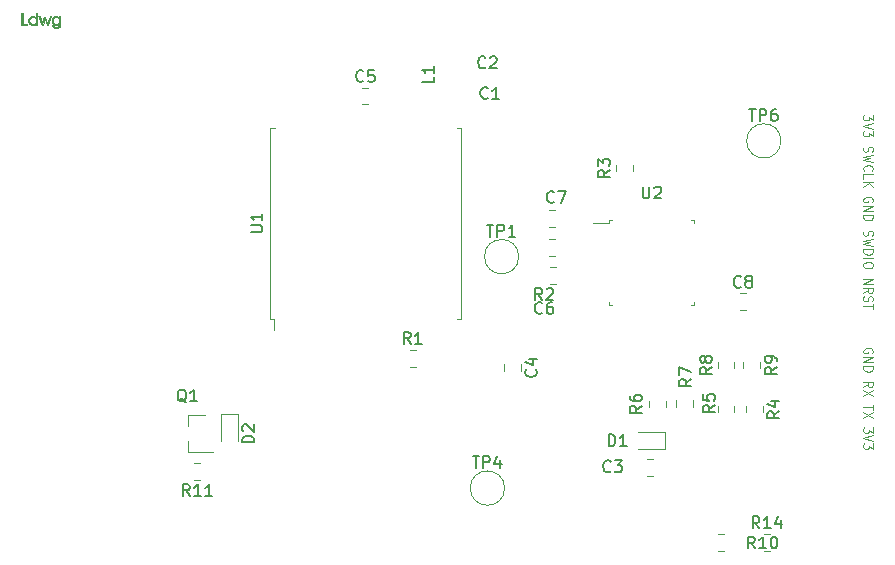
<source format=gbr>
G04 #@! TF.GenerationSoftware,KiCad,Pcbnew,5.1.5*
G04 #@! TF.CreationDate,2020-02-13T13:25:46+01:00*
G04 #@! TF.ProjectId,lora_fence_monitor,6c6f7261-5f66-4656-9e63-655f6d6f6e69,rev?*
G04 #@! TF.SameCoordinates,Original*
G04 #@! TF.FileFunction,Legend,Top*
G04 #@! TF.FilePolarity,Positive*
%FSLAX46Y46*%
G04 Gerber Fmt 4.6, Leading zero omitted, Abs format (unit mm)*
G04 Created by KiCad (PCBNEW 5.1.5) date 2020-02-13 13:25:46*
%MOMM*%
%LPD*%
G04 APERTURE LIST*
%ADD10C,0.120000*%
%ADD11C,0.010000*%
%ADD12C,0.150000*%
G04 APERTURE END LIST*
D10*
X141600000Y-92560714D02*
X141638095Y-92489285D01*
X141638095Y-92382142D01*
X141600000Y-92275000D01*
X141523809Y-92203571D01*
X141447619Y-92167857D01*
X141295238Y-92132142D01*
X141180952Y-92132142D01*
X141028571Y-92167857D01*
X140952380Y-92203571D01*
X140876190Y-92275000D01*
X140838095Y-92382142D01*
X140838095Y-92453571D01*
X140876190Y-92560714D01*
X140914285Y-92596428D01*
X141180952Y-92596428D01*
X141180952Y-92453571D01*
X140838095Y-92917857D02*
X141638095Y-92917857D01*
X140838095Y-93346428D01*
X141638095Y-93346428D01*
X140838095Y-93703571D02*
X141638095Y-93703571D01*
X141638095Y-93882142D01*
X141600000Y-93989285D01*
X141523809Y-94060714D01*
X141447619Y-94096428D01*
X141295238Y-94132142D01*
X141180952Y-94132142D01*
X141028571Y-94096428D01*
X140952380Y-94060714D01*
X140876190Y-93989285D01*
X140838095Y-93882142D01*
X140838095Y-93703571D01*
X140838095Y-95453571D02*
X141219047Y-95203571D01*
X140838095Y-95025000D02*
X141638095Y-95025000D01*
X141638095Y-95310714D01*
X141600000Y-95382142D01*
X141561904Y-95417857D01*
X141485714Y-95453571D01*
X141371428Y-95453571D01*
X141295238Y-95417857D01*
X141257142Y-95382142D01*
X141219047Y-95310714D01*
X141219047Y-95025000D01*
X141638095Y-95703571D02*
X140838095Y-96203571D01*
X141638095Y-96203571D02*
X140838095Y-95703571D01*
X141638095Y-96953571D02*
X141638095Y-97382142D01*
X140838095Y-97167857D02*
X141638095Y-97167857D01*
X141638095Y-97560714D02*
X140838095Y-98060714D01*
X141638095Y-98060714D02*
X140838095Y-97560714D01*
X141638095Y-98846428D02*
X141638095Y-99310714D01*
X141333333Y-99060714D01*
X141333333Y-99167857D01*
X141295238Y-99239285D01*
X141257142Y-99275000D01*
X141180952Y-99310714D01*
X140990476Y-99310714D01*
X140914285Y-99275000D01*
X140876190Y-99239285D01*
X140838095Y-99167857D01*
X140838095Y-98953571D01*
X140876190Y-98882142D01*
X140914285Y-98846428D01*
X141638095Y-99525000D02*
X140838095Y-99775000D01*
X141638095Y-100025000D01*
X141638095Y-100203571D02*
X141638095Y-100667857D01*
X141333333Y-100417857D01*
X141333333Y-100525000D01*
X141295238Y-100596428D01*
X141257142Y-100632142D01*
X141180952Y-100667857D01*
X140990476Y-100667857D01*
X140914285Y-100632142D01*
X140876190Y-100596428D01*
X140838095Y-100525000D01*
X140838095Y-100310714D01*
X140876190Y-100239285D01*
X140914285Y-100203571D01*
X141638095Y-72403571D02*
X141638095Y-72867857D01*
X141333333Y-72617857D01*
X141333333Y-72725000D01*
X141295238Y-72796428D01*
X141257142Y-72832142D01*
X141180952Y-72867857D01*
X140990476Y-72867857D01*
X140914285Y-72832142D01*
X140876190Y-72796428D01*
X140838095Y-72725000D01*
X140838095Y-72510714D01*
X140876190Y-72439285D01*
X140914285Y-72403571D01*
X141638095Y-73082142D02*
X140838095Y-73332142D01*
X141638095Y-73582142D01*
X141638095Y-73760714D02*
X141638095Y-74225000D01*
X141333333Y-73975000D01*
X141333333Y-74082142D01*
X141295238Y-74153571D01*
X141257142Y-74189285D01*
X141180952Y-74225000D01*
X140990476Y-74225000D01*
X140914285Y-74189285D01*
X140876190Y-74153571D01*
X140838095Y-74082142D01*
X140838095Y-73867857D01*
X140876190Y-73796428D01*
X140914285Y-73760714D01*
X140876190Y-75082142D02*
X140838095Y-75189285D01*
X140838095Y-75367857D01*
X140876190Y-75439285D01*
X140914285Y-75475000D01*
X140990476Y-75510714D01*
X141066666Y-75510714D01*
X141142857Y-75475000D01*
X141180952Y-75439285D01*
X141219047Y-75367857D01*
X141257142Y-75225000D01*
X141295238Y-75153571D01*
X141333333Y-75117857D01*
X141409523Y-75082142D01*
X141485714Y-75082142D01*
X141561904Y-75117857D01*
X141600000Y-75153571D01*
X141638095Y-75225000D01*
X141638095Y-75403571D01*
X141600000Y-75510714D01*
X141638095Y-75760714D02*
X140838095Y-75939285D01*
X141409523Y-76082142D01*
X140838095Y-76225000D01*
X141638095Y-76403571D01*
X140914285Y-77117857D02*
X140876190Y-77082142D01*
X140838095Y-76975000D01*
X140838095Y-76903571D01*
X140876190Y-76796428D01*
X140952380Y-76725000D01*
X141028571Y-76689285D01*
X141180952Y-76653571D01*
X141295238Y-76653571D01*
X141447619Y-76689285D01*
X141523809Y-76725000D01*
X141600000Y-76796428D01*
X141638095Y-76903571D01*
X141638095Y-76975000D01*
X141600000Y-77082142D01*
X141561904Y-77117857D01*
X140838095Y-77796428D02*
X140838095Y-77439285D01*
X141638095Y-77439285D01*
X140838095Y-78046428D02*
X141638095Y-78046428D01*
X140838095Y-78475000D02*
X141295238Y-78153571D01*
X141638095Y-78475000D02*
X141180952Y-78046428D01*
X141600000Y-79760714D02*
X141638095Y-79689285D01*
X141638095Y-79582142D01*
X141600000Y-79475000D01*
X141523809Y-79403571D01*
X141447619Y-79367857D01*
X141295238Y-79332142D01*
X141180952Y-79332142D01*
X141028571Y-79367857D01*
X140952380Y-79403571D01*
X140876190Y-79475000D01*
X140838095Y-79582142D01*
X140838095Y-79653571D01*
X140876190Y-79760714D01*
X140914285Y-79796428D01*
X141180952Y-79796428D01*
X141180952Y-79653571D01*
X140838095Y-80117857D02*
X141638095Y-80117857D01*
X140838095Y-80546428D01*
X141638095Y-80546428D01*
X140838095Y-80903571D02*
X141638095Y-80903571D01*
X141638095Y-81082142D01*
X141600000Y-81189285D01*
X141523809Y-81260714D01*
X141447619Y-81296428D01*
X141295238Y-81332142D01*
X141180952Y-81332142D01*
X141028571Y-81296428D01*
X140952380Y-81260714D01*
X140876190Y-81189285D01*
X140838095Y-81082142D01*
X140838095Y-80903571D01*
X140876190Y-82189285D02*
X140838095Y-82296428D01*
X140838095Y-82475000D01*
X140876190Y-82546428D01*
X140914285Y-82582142D01*
X140990476Y-82617857D01*
X141066666Y-82617857D01*
X141142857Y-82582142D01*
X141180952Y-82546428D01*
X141219047Y-82475000D01*
X141257142Y-82332142D01*
X141295238Y-82260714D01*
X141333333Y-82225000D01*
X141409523Y-82189285D01*
X141485714Y-82189285D01*
X141561904Y-82225000D01*
X141600000Y-82260714D01*
X141638095Y-82332142D01*
X141638095Y-82510714D01*
X141600000Y-82617857D01*
X141638095Y-82867857D02*
X140838095Y-83046428D01*
X141409523Y-83189285D01*
X140838095Y-83332142D01*
X141638095Y-83510714D01*
X140838095Y-83796428D02*
X141638095Y-83796428D01*
X141638095Y-83975000D01*
X141600000Y-84082142D01*
X141523809Y-84153571D01*
X141447619Y-84189285D01*
X141295238Y-84225000D01*
X141180952Y-84225000D01*
X141028571Y-84189285D01*
X140952380Y-84153571D01*
X140876190Y-84082142D01*
X140838095Y-83975000D01*
X140838095Y-83796428D01*
X140838095Y-84546428D02*
X141638095Y-84546428D01*
X141638095Y-85046428D02*
X141638095Y-85189285D01*
X141600000Y-85260714D01*
X141523809Y-85332142D01*
X141371428Y-85367857D01*
X141104761Y-85367857D01*
X140952380Y-85332142D01*
X140876190Y-85260714D01*
X140838095Y-85189285D01*
X140838095Y-85046428D01*
X140876190Y-84975000D01*
X140952380Y-84903571D01*
X141104761Y-84867857D01*
X141371428Y-84867857D01*
X141523809Y-84903571D01*
X141600000Y-84975000D01*
X141638095Y-85046428D01*
X140838095Y-86260714D02*
X141638095Y-86260714D01*
X140838095Y-86689285D01*
X141638095Y-86689285D01*
X140838095Y-87475000D02*
X141219047Y-87225000D01*
X140838095Y-87046428D02*
X141638095Y-87046428D01*
X141638095Y-87332142D01*
X141600000Y-87403571D01*
X141561904Y-87439285D01*
X141485714Y-87475000D01*
X141371428Y-87475000D01*
X141295238Y-87439285D01*
X141257142Y-87403571D01*
X141219047Y-87332142D01*
X141219047Y-87046428D01*
X140876190Y-87760714D02*
X140838095Y-87867857D01*
X140838095Y-88046428D01*
X140876190Y-88117857D01*
X140914285Y-88153571D01*
X140990476Y-88189285D01*
X141066666Y-88189285D01*
X141142857Y-88153571D01*
X141180952Y-88117857D01*
X141219047Y-88046428D01*
X141257142Y-87903571D01*
X141295238Y-87832142D01*
X141333333Y-87796428D01*
X141409523Y-87760714D01*
X141485714Y-87760714D01*
X141561904Y-87796428D01*
X141600000Y-87832142D01*
X141638095Y-87903571D01*
X141638095Y-88082142D01*
X141600000Y-88189285D01*
X141638095Y-88403571D02*
X141638095Y-88832142D01*
X140838095Y-88617857D02*
X141638095Y-88617857D01*
D11*
G36*
X71305834Y-64645962D02*
G01*
X71390500Y-64389631D01*
X71475167Y-64133300D01*
X71558423Y-64133300D01*
X71643025Y-64387107D01*
X71667652Y-64460432D01*
X71687686Y-64518736D01*
X71703570Y-64563164D01*
X71715748Y-64594860D01*
X71724664Y-64614971D01*
X71730763Y-64624641D01*
X71734488Y-64625016D01*
X71734945Y-64624173D01*
X71739642Y-64612578D01*
X71749714Y-64587117D01*
X71764408Y-64549713D01*
X71782974Y-64502284D01*
X71804659Y-64446752D01*
X71828711Y-64385038D01*
X71850890Y-64328034D01*
X71959517Y-64048634D01*
X72008432Y-64046061D01*
X72035754Y-64045000D01*
X72049795Y-64046444D01*
X72054169Y-64051788D01*
X72052491Y-64062425D01*
X72052345Y-64062995D01*
X72048303Y-64074814D01*
X72038776Y-64100694D01*
X72024417Y-64138915D01*
X72005882Y-64187756D01*
X71983824Y-64245497D01*
X71958897Y-64310419D01*
X71931757Y-64380800D01*
X71913682Y-64427517D01*
X71780020Y-64772533D01*
X71724960Y-64772309D01*
X71669901Y-64772085D01*
X71592939Y-64537359D01*
X71515977Y-64302634D01*
X71440188Y-64535467D01*
X71364398Y-64768300D01*
X71308346Y-64770787D01*
X71252294Y-64773273D01*
X71235399Y-64728453D01*
X71228622Y-64710586D01*
X71216568Y-64678926D01*
X71200010Y-64635496D01*
X71179720Y-64582319D01*
X71156469Y-64521419D01*
X71131030Y-64454819D01*
X71104174Y-64384542D01*
X71099185Y-64371490D01*
X71072935Y-64302633D01*
X71048683Y-64238665D01*
X71027078Y-64181323D01*
X71008769Y-64132346D01*
X70994406Y-64093470D01*
X70984635Y-64066434D01*
X70980107Y-64052976D01*
X70979867Y-64051873D01*
X70987546Y-64047878D01*
X71007453Y-64045167D01*
X71029112Y-64044400D01*
X71078356Y-64044400D01*
X71305834Y-64645962D01*
G37*
X71305834Y-64645962D02*
X71390500Y-64389631D01*
X71475167Y-64133300D01*
X71558423Y-64133300D01*
X71643025Y-64387107D01*
X71667652Y-64460432D01*
X71687686Y-64518736D01*
X71703570Y-64563164D01*
X71715748Y-64594860D01*
X71724664Y-64614971D01*
X71730763Y-64624641D01*
X71734488Y-64625016D01*
X71734945Y-64624173D01*
X71739642Y-64612578D01*
X71749714Y-64587117D01*
X71764408Y-64549713D01*
X71782974Y-64502284D01*
X71804659Y-64446752D01*
X71828711Y-64385038D01*
X71850890Y-64328034D01*
X71959517Y-64048634D01*
X72008432Y-64046061D01*
X72035754Y-64045000D01*
X72049795Y-64046444D01*
X72054169Y-64051788D01*
X72052491Y-64062425D01*
X72052345Y-64062995D01*
X72048303Y-64074814D01*
X72038776Y-64100694D01*
X72024417Y-64138915D01*
X72005882Y-64187756D01*
X71983824Y-64245497D01*
X71958897Y-64310419D01*
X71931757Y-64380800D01*
X71913682Y-64427517D01*
X71780020Y-64772533D01*
X71724960Y-64772309D01*
X71669901Y-64772085D01*
X71592939Y-64537359D01*
X71515977Y-64302634D01*
X71440188Y-64535467D01*
X71364398Y-64768300D01*
X71308346Y-64770787D01*
X71252294Y-64773273D01*
X71235399Y-64728453D01*
X71228622Y-64710586D01*
X71216568Y-64678926D01*
X71200010Y-64635496D01*
X71179720Y-64582319D01*
X71156469Y-64521419D01*
X71131030Y-64454819D01*
X71104174Y-64384542D01*
X71099185Y-64371490D01*
X71072935Y-64302633D01*
X71048683Y-64238665D01*
X71027078Y-64181323D01*
X71008769Y-64132346D01*
X70994406Y-64093470D01*
X70984635Y-64066434D01*
X70980107Y-64052976D01*
X70979867Y-64051873D01*
X70987546Y-64047878D01*
X71007453Y-64045167D01*
X71029112Y-64044400D01*
X71078356Y-64044400D01*
X71305834Y-64645962D01*
G36*
X69650601Y-64679094D02*
G01*
X69851684Y-64681364D01*
X70052767Y-64683633D01*
X70052767Y-64768300D01*
X69800667Y-64770543D01*
X69725303Y-64771063D01*
X69665366Y-64771101D01*
X69619357Y-64770609D01*
X69585775Y-64769537D01*
X69563120Y-64767834D01*
X69549891Y-64765453D01*
X69544589Y-64762342D01*
X69544468Y-64762076D01*
X69543748Y-64751841D01*
X69543145Y-64726225D01*
X69542665Y-64686783D01*
X69542313Y-64635068D01*
X69542096Y-64572633D01*
X69542019Y-64501032D01*
X69542090Y-64421818D01*
X69542313Y-64336543D01*
X69542569Y-64273000D01*
X69544767Y-63794633D01*
X69597684Y-63792113D01*
X69650601Y-63789592D01*
X69650601Y-64679094D01*
G37*
X69650601Y-64679094D02*
X69851684Y-64681364D01*
X70052767Y-64683633D01*
X70052767Y-64768300D01*
X69800667Y-64770543D01*
X69725303Y-64771063D01*
X69665366Y-64771101D01*
X69619357Y-64770609D01*
X69585775Y-64769537D01*
X69563120Y-64767834D01*
X69549891Y-64765453D01*
X69544589Y-64762342D01*
X69544468Y-64762076D01*
X69543748Y-64751841D01*
X69543145Y-64726225D01*
X69542665Y-64686783D01*
X69542313Y-64635068D01*
X69542096Y-64572633D01*
X69542019Y-64501032D01*
X69542090Y-64421818D01*
X69542313Y-64336543D01*
X69542569Y-64273000D01*
X69544767Y-63794633D01*
X69597684Y-63792113D01*
X69650601Y-63789592D01*
X69650601Y-64679094D01*
G36*
X70878267Y-64772533D02*
G01*
X70776667Y-64772533D01*
X70776667Y-64651616D01*
X70742355Y-64690597D01*
X70706195Y-64723540D01*
X70660976Y-64752567D01*
X70652200Y-64757069D01*
X70621767Y-64770980D01*
X70595439Y-64779559D01*
X70566661Y-64784277D01*
X70528878Y-64786608D01*
X70519295Y-64786929D01*
X70462271Y-64786236D01*
X70414639Y-64780731D01*
X70397907Y-64776887D01*
X70321390Y-64747597D01*
X70254532Y-64704869D01*
X70217988Y-64672065D01*
X70168609Y-64610926D01*
X70134067Y-64542972D01*
X70114662Y-64470075D01*
X70111444Y-64408467D01*
X70217867Y-64408467D01*
X70225679Y-64478460D01*
X70248364Y-64541431D01*
X70284796Y-64595901D01*
X70333848Y-64640393D01*
X70394393Y-64673431D01*
X70428936Y-64685281D01*
X70480265Y-64692963D01*
X70537086Y-64690362D01*
X70592015Y-64678196D01*
X70620820Y-64666686D01*
X70676109Y-64630743D01*
X70720452Y-64583859D01*
X70753012Y-64528677D01*
X70772957Y-64467839D01*
X70779449Y-64403986D01*
X70771655Y-64339761D01*
X70748739Y-64277807D01*
X70745595Y-64271857D01*
X70709068Y-64220851D01*
X70661560Y-64178925D01*
X70606339Y-64147653D01*
X70546673Y-64128612D01*
X70485830Y-64123375D01*
X70447258Y-64128106D01*
X70379396Y-64150477D01*
X70321858Y-64185486D01*
X70275806Y-64231712D01*
X70242403Y-64287734D01*
X70222813Y-64352130D01*
X70217867Y-64408467D01*
X70111444Y-64408467D01*
X70110693Y-64394107D01*
X70122463Y-64316938D01*
X70149094Y-64242934D01*
X70189110Y-64176859D01*
X70241837Y-64121336D01*
X70305968Y-64077419D01*
X70380193Y-64046164D01*
X70400252Y-64040431D01*
X70478017Y-64028668D01*
X70555618Y-64033226D01*
X70630881Y-64053612D01*
X70701634Y-64089333D01*
X70740681Y-64117646D01*
X70776667Y-64147134D01*
X70776667Y-63790400D01*
X70878267Y-63790400D01*
X70878267Y-64772533D01*
G37*
X70878267Y-64772533D02*
X70776667Y-64772533D01*
X70776667Y-64651616D01*
X70742355Y-64690597D01*
X70706195Y-64723540D01*
X70660976Y-64752567D01*
X70652200Y-64757069D01*
X70621767Y-64770980D01*
X70595439Y-64779559D01*
X70566661Y-64784277D01*
X70528878Y-64786608D01*
X70519295Y-64786929D01*
X70462271Y-64786236D01*
X70414639Y-64780731D01*
X70397907Y-64776887D01*
X70321390Y-64747597D01*
X70254532Y-64704869D01*
X70217988Y-64672065D01*
X70168609Y-64610926D01*
X70134067Y-64542972D01*
X70114662Y-64470075D01*
X70111444Y-64408467D01*
X70217867Y-64408467D01*
X70225679Y-64478460D01*
X70248364Y-64541431D01*
X70284796Y-64595901D01*
X70333848Y-64640393D01*
X70394393Y-64673431D01*
X70428936Y-64685281D01*
X70480265Y-64692963D01*
X70537086Y-64690362D01*
X70592015Y-64678196D01*
X70620820Y-64666686D01*
X70676109Y-64630743D01*
X70720452Y-64583859D01*
X70753012Y-64528677D01*
X70772957Y-64467839D01*
X70779449Y-64403986D01*
X70771655Y-64339761D01*
X70748739Y-64277807D01*
X70745595Y-64271857D01*
X70709068Y-64220851D01*
X70661560Y-64178925D01*
X70606339Y-64147653D01*
X70546673Y-64128612D01*
X70485830Y-64123375D01*
X70447258Y-64128106D01*
X70379396Y-64150477D01*
X70321858Y-64185486D01*
X70275806Y-64231712D01*
X70242403Y-64287734D01*
X70222813Y-64352130D01*
X70217867Y-64408467D01*
X70111444Y-64408467D01*
X70110693Y-64394107D01*
X70122463Y-64316938D01*
X70149094Y-64242934D01*
X70189110Y-64176859D01*
X70241837Y-64121336D01*
X70305968Y-64077419D01*
X70380193Y-64046164D01*
X70400252Y-64040431D01*
X70478017Y-64028668D01*
X70555618Y-64033226D01*
X70630881Y-64053612D01*
X70701634Y-64089333D01*
X70740681Y-64117646D01*
X70776667Y-64147134D01*
X70776667Y-63790400D01*
X70878267Y-63790400D01*
X70878267Y-64772533D01*
G36*
X72515024Y-64031711D02*
G01*
X72539219Y-64035550D01*
X72595649Y-64050631D01*
X72642910Y-64073303D01*
X72687481Y-64106995D01*
X72704951Y-64123294D01*
X72749400Y-64166588D01*
X72749400Y-64044400D01*
X72851000Y-64044400D01*
X72850853Y-64389417D01*
X72850665Y-64485661D01*
X72850092Y-64566675D01*
X72848994Y-64634160D01*
X72847227Y-64689817D01*
X72844649Y-64735347D01*
X72841117Y-64772452D01*
X72836489Y-64802832D01*
X72830622Y-64828190D01*
X72823374Y-64850225D01*
X72814602Y-64870641D01*
X72809702Y-64880572D01*
X72772140Y-64936164D01*
X72722096Y-64982478D01*
X72661842Y-65018542D01*
X72593652Y-65043382D01*
X72519801Y-65056025D01*
X72442561Y-65055498D01*
X72410734Y-65051299D01*
X72340108Y-65031338D01*
X72274864Y-64997391D01*
X72217499Y-64951602D01*
X72170512Y-64896111D01*
X72136401Y-64833061D01*
X72127626Y-64808517D01*
X72125382Y-64797904D01*
X72129402Y-64792208D01*
X72143200Y-64789904D01*
X72170291Y-64789467D01*
X72171538Y-64789467D01*
X72199666Y-64789997D01*
X72216447Y-64793394D01*
X72227464Y-64802371D01*
X72238303Y-64819639D01*
X72240045Y-64822732D01*
X72267410Y-64860496D01*
X72304148Y-64896412D01*
X72344974Y-64926069D01*
X72384604Y-64945053D01*
X72387693Y-64946016D01*
X72453238Y-64958542D01*
X72518452Y-64958185D01*
X72579970Y-64945593D01*
X72634431Y-64921413D01*
X72673902Y-64891007D01*
X72703798Y-64855137D01*
X72724900Y-64814273D01*
X72738636Y-64764672D01*
X72746437Y-64702590D01*
X72746589Y-64700567D01*
X72751597Y-64632833D01*
X72726359Y-64667004D01*
X72676576Y-64721237D01*
X72618072Y-64761234D01*
X72605467Y-64767431D01*
X72569667Y-64778303D01*
X72522826Y-64784546D01*
X72470184Y-64786191D01*
X72416980Y-64783271D01*
X72368454Y-64775815D01*
X72334534Y-64765829D01*
X72267928Y-64730536D01*
X72208364Y-64681811D01*
X72158860Y-64622671D01*
X72122436Y-64556133D01*
X72120905Y-64552400D01*
X72112214Y-64527850D01*
X72106620Y-64502860D01*
X72103505Y-64472700D01*
X72102252Y-64432638D01*
X72102131Y-64408467D01*
X72102192Y-64403243D01*
X72203567Y-64403243D01*
X72203567Y-64404234D01*
X72204398Y-64445081D01*
X72207619Y-64475180D01*
X72214320Y-64500667D01*
X72225456Y-64527387D01*
X72262187Y-64589162D01*
X72307914Y-64637142D01*
X72361727Y-64670761D01*
X72422712Y-64689452D01*
X72489958Y-64692648D01*
X72491436Y-64692544D01*
X72527961Y-64687297D01*
X72565123Y-64677952D01*
X72582893Y-64671537D01*
X72610618Y-64655876D01*
X72641659Y-64632765D01*
X72664530Y-64611877D01*
X72703325Y-64563087D01*
X72728678Y-64508928D01*
X72741775Y-64446305D01*
X72744236Y-64404058D01*
X72743920Y-64366917D01*
X72740700Y-64339327D01*
X72732999Y-64313960D01*
X72719235Y-64283485D01*
X72717477Y-64279899D01*
X72680041Y-64220975D01*
X72632850Y-64175739D01*
X72576694Y-64144682D01*
X72512362Y-64128297D01*
X72469835Y-64125713D01*
X72401538Y-64133829D01*
X72340640Y-64156943D01*
X72288317Y-64194305D01*
X72245747Y-64245163D01*
X72225555Y-64281467D01*
X72214320Y-64308072D01*
X72207637Y-64333179D01*
X72204416Y-64362874D01*
X72203567Y-64403243D01*
X72102192Y-64403243D01*
X72102678Y-64362358D01*
X72104757Y-64328299D01*
X72109020Y-64301431D01*
X72116120Y-64276892D01*
X72121871Y-64261624D01*
X72149340Y-64208756D01*
X72187786Y-64156386D01*
X72232301Y-64110878D01*
X72247897Y-64098138D01*
X72305396Y-64064090D01*
X72372068Y-64041028D01*
X72443435Y-64029915D01*
X72515024Y-64031711D01*
G37*
X72515024Y-64031711D02*
X72539219Y-64035550D01*
X72595649Y-64050631D01*
X72642910Y-64073303D01*
X72687481Y-64106995D01*
X72704951Y-64123294D01*
X72749400Y-64166588D01*
X72749400Y-64044400D01*
X72851000Y-64044400D01*
X72850853Y-64389417D01*
X72850665Y-64485661D01*
X72850092Y-64566675D01*
X72848994Y-64634160D01*
X72847227Y-64689817D01*
X72844649Y-64735347D01*
X72841117Y-64772452D01*
X72836489Y-64802832D01*
X72830622Y-64828190D01*
X72823374Y-64850225D01*
X72814602Y-64870641D01*
X72809702Y-64880572D01*
X72772140Y-64936164D01*
X72722096Y-64982478D01*
X72661842Y-65018542D01*
X72593652Y-65043382D01*
X72519801Y-65056025D01*
X72442561Y-65055498D01*
X72410734Y-65051299D01*
X72340108Y-65031338D01*
X72274864Y-64997391D01*
X72217499Y-64951602D01*
X72170512Y-64896111D01*
X72136401Y-64833061D01*
X72127626Y-64808517D01*
X72125382Y-64797904D01*
X72129402Y-64792208D01*
X72143200Y-64789904D01*
X72170291Y-64789467D01*
X72171538Y-64789467D01*
X72199666Y-64789997D01*
X72216447Y-64793394D01*
X72227464Y-64802371D01*
X72238303Y-64819639D01*
X72240045Y-64822732D01*
X72267410Y-64860496D01*
X72304148Y-64896412D01*
X72344974Y-64926069D01*
X72384604Y-64945053D01*
X72387693Y-64946016D01*
X72453238Y-64958542D01*
X72518452Y-64958185D01*
X72579970Y-64945593D01*
X72634431Y-64921413D01*
X72673902Y-64891007D01*
X72703798Y-64855137D01*
X72724900Y-64814273D01*
X72738636Y-64764672D01*
X72746437Y-64702590D01*
X72746589Y-64700567D01*
X72751597Y-64632833D01*
X72726359Y-64667004D01*
X72676576Y-64721237D01*
X72618072Y-64761234D01*
X72605467Y-64767431D01*
X72569667Y-64778303D01*
X72522826Y-64784546D01*
X72470184Y-64786191D01*
X72416980Y-64783271D01*
X72368454Y-64775815D01*
X72334534Y-64765829D01*
X72267928Y-64730536D01*
X72208364Y-64681811D01*
X72158860Y-64622671D01*
X72122436Y-64556133D01*
X72120905Y-64552400D01*
X72112214Y-64527850D01*
X72106620Y-64502860D01*
X72103505Y-64472700D01*
X72102252Y-64432638D01*
X72102131Y-64408467D01*
X72102192Y-64403243D01*
X72203567Y-64403243D01*
X72203567Y-64404234D01*
X72204398Y-64445081D01*
X72207619Y-64475180D01*
X72214320Y-64500667D01*
X72225456Y-64527387D01*
X72262187Y-64589162D01*
X72307914Y-64637142D01*
X72361727Y-64670761D01*
X72422712Y-64689452D01*
X72489958Y-64692648D01*
X72491436Y-64692544D01*
X72527961Y-64687297D01*
X72565123Y-64677952D01*
X72582893Y-64671537D01*
X72610618Y-64655876D01*
X72641659Y-64632765D01*
X72664530Y-64611877D01*
X72703325Y-64563087D01*
X72728678Y-64508928D01*
X72741775Y-64446305D01*
X72744236Y-64404058D01*
X72743920Y-64366917D01*
X72740700Y-64339327D01*
X72732999Y-64313960D01*
X72719235Y-64283485D01*
X72717477Y-64279899D01*
X72680041Y-64220975D01*
X72632850Y-64175739D01*
X72576694Y-64144682D01*
X72512362Y-64128297D01*
X72469835Y-64125713D01*
X72401538Y-64133829D01*
X72340640Y-64156943D01*
X72288317Y-64194305D01*
X72245747Y-64245163D01*
X72225555Y-64281467D01*
X72214320Y-64308072D01*
X72207637Y-64333179D01*
X72204416Y-64362874D01*
X72203567Y-64403243D01*
X72102192Y-64403243D01*
X72102678Y-64362358D01*
X72104757Y-64328299D01*
X72109020Y-64301431D01*
X72116120Y-64276892D01*
X72121871Y-64261624D01*
X72149340Y-64208756D01*
X72187786Y-64156386D01*
X72232301Y-64110878D01*
X72247897Y-64098138D01*
X72305396Y-64064090D01*
X72372068Y-64041028D01*
X72443435Y-64029915D01*
X72515024Y-64031711D01*
D10*
X130366422Y-87515000D02*
X130883578Y-87515000D01*
X130366422Y-88935000D02*
X130883578Y-88935000D01*
X114721078Y-81910000D02*
X114203922Y-81910000D01*
X114721078Y-80490000D02*
X114203922Y-80490000D01*
X123021078Y-102935000D02*
X122503922Y-102935000D01*
X123021078Y-101515000D02*
X122503922Y-101515000D01*
X110390000Y-93528922D02*
X110390000Y-94046078D01*
X111810000Y-93528922D02*
X111810000Y-94046078D01*
X98403922Y-71510000D02*
X98921078Y-71510000D01*
X98403922Y-70090000D02*
X98921078Y-70090000D01*
X114796078Y-85290000D02*
X114278922Y-85290000D01*
X114796078Y-86710000D02*
X114278922Y-86710000D01*
X121787500Y-100710000D02*
X124072500Y-100710000D01*
X124072500Y-100710000D02*
X124072500Y-99240000D01*
X124072500Y-99240000D02*
X121787500Y-99240000D01*
X86440000Y-97727500D02*
X86440000Y-100012500D01*
X87910000Y-97727500D02*
X86440000Y-97727500D01*
X87910000Y-100012500D02*
X87910000Y-97727500D01*
X83615000Y-97795000D02*
X83615000Y-98725000D01*
X83615000Y-100955000D02*
X83615000Y-100025000D01*
X83615000Y-100955000D02*
X85775000Y-100955000D01*
X83615000Y-97795000D02*
X85075000Y-97795000D01*
X102403922Y-92290000D02*
X102921078Y-92290000D01*
X102403922Y-93710000D02*
X102921078Y-93710000D01*
X114746078Y-82890000D02*
X114228922Y-82890000D01*
X114746078Y-84310000D02*
X114228922Y-84310000D01*
X119865000Y-77158578D02*
X119865000Y-76641422D01*
X121285000Y-77158578D02*
X121285000Y-76641422D01*
X132310000Y-97078922D02*
X132310000Y-97596078D01*
X130890000Y-97078922D02*
X130890000Y-97596078D01*
X129910000Y-97596078D02*
X129910000Y-97078922D01*
X128490000Y-97596078D02*
X128490000Y-97078922D01*
X124135000Y-96603922D02*
X124135000Y-97121078D01*
X122715000Y-96603922D02*
X122715000Y-97121078D01*
X124990000Y-96578922D02*
X124990000Y-97096078D01*
X126410000Y-96578922D02*
X126410000Y-97096078D01*
X128490000Y-93846078D02*
X128490000Y-93328922D01*
X129910000Y-93846078D02*
X129910000Y-93328922D01*
X130665000Y-93328922D02*
X130665000Y-93846078D01*
X132085000Y-93328922D02*
X132085000Y-93846078D01*
X128541422Y-107890000D02*
X129058578Y-107890000D01*
X128541422Y-109310000D02*
X129058578Y-109310000D01*
X84696078Y-101865000D02*
X84178922Y-101865000D01*
X84696078Y-103285000D02*
X84178922Y-103285000D01*
X132403922Y-109310000D02*
X132921078Y-109310000D01*
X132403922Y-107890000D02*
X132921078Y-107890000D01*
X111650000Y-84400000D02*
G75*
G03X111650000Y-84400000I-1450000J0D01*
G01*
X110450000Y-104000000D02*
G75*
G03X110450000Y-104000000I-1450000J0D01*
G01*
X133850000Y-74600000D02*
G75*
G03X133850000Y-74600000I-1450000J0D01*
G01*
X90600000Y-89675000D02*
X90600000Y-73475000D01*
X90600000Y-73475000D02*
X91000000Y-73475000D01*
X106400000Y-89675000D02*
X106800000Y-89675000D01*
X106800000Y-89675000D02*
X106800000Y-73475000D01*
X106800000Y-73475000D02*
X106400000Y-73475000D01*
X90600000Y-89675000D02*
X90950000Y-89675000D01*
X90950000Y-89675000D02*
X90950000Y-90575000D01*
X119290000Y-81590000D02*
X117975000Y-81590000D01*
X119290000Y-81290000D02*
X119290000Y-81590000D01*
X119590000Y-81290000D02*
X119290000Y-81290000D01*
X126510000Y-81290000D02*
X126510000Y-81590000D01*
X126210000Y-81290000D02*
X126510000Y-81290000D01*
X119290000Y-88510000D02*
X119290000Y-88210000D01*
X119590000Y-88510000D02*
X119290000Y-88510000D01*
X126510000Y-88510000D02*
X126510000Y-88210000D01*
X126210000Y-88510000D02*
X126510000Y-88510000D01*
D12*
X130458333Y-86932142D02*
X130410714Y-86979761D01*
X130267857Y-87027380D01*
X130172619Y-87027380D01*
X130029761Y-86979761D01*
X129934523Y-86884523D01*
X129886904Y-86789285D01*
X129839285Y-86598809D01*
X129839285Y-86455952D01*
X129886904Y-86265476D01*
X129934523Y-86170238D01*
X130029761Y-86075000D01*
X130172619Y-86027380D01*
X130267857Y-86027380D01*
X130410714Y-86075000D01*
X130458333Y-86122619D01*
X131029761Y-86455952D02*
X130934523Y-86408333D01*
X130886904Y-86360714D01*
X130839285Y-86265476D01*
X130839285Y-86217857D01*
X130886904Y-86122619D01*
X130934523Y-86075000D01*
X131029761Y-86027380D01*
X131220238Y-86027380D01*
X131315476Y-86075000D01*
X131363095Y-86122619D01*
X131410714Y-86217857D01*
X131410714Y-86265476D01*
X131363095Y-86360714D01*
X131315476Y-86408333D01*
X131220238Y-86455952D01*
X131029761Y-86455952D01*
X130934523Y-86503571D01*
X130886904Y-86551190D01*
X130839285Y-86646428D01*
X130839285Y-86836904D01*
X130886904Y-86932142D01*
X130934523Y-86979761D01*
X131029761Y-87027380D01*
X131220238Y-87027380D01*
X131315476Y-86979761D01*
X131363095Y-86932142D01*
X131410714Y-86836904D01*
X131410714Y-86646428D01*
X131363095Y-86551190D01*
X131315476Y-86503571D01*
X131220238Y-86455952D01*
X114633333Y-79757142D02*
X114585714Y-79804761D01*
X114442857Y-79852380D01*
X114347619Y-79852380D01*
X114204761Y-79804761D01*
X114109523Y-79709523D01*
X114061904Y-79614285D01*
X114014285Y-79423809D01*
X114014285Y-79280952D01*
X114061904Y-79090476D01*
X114109523Y-78995238D01*
X114204761Y-78900000D01*
X114347619Y-78852380D01*
X114442857Y-78852380D01*
X114585714Y-78900000D01*
X114633333Y-78947619D01*
X114966666Y-78852380D02*
X115633333Y-78852380D01*
X115204761Y-79852380D01*
X109033333Y-70957142D02*
X108985714Y-71004761D01*
X108842857Y-71052380D01*
X108747619Y-71052380D01*
X108604761Y-71004761D01*
X108509523Y-70909523D01*
X108461904Y-70814285D01*
X108414285Y-70623809D01*
X108414285Y-70480952D01*
X108461904Y-70290476D01*
X108509523Y-70195238D01*
X108604761Y-70100000D01*
X108747619Y-70052380D01*
X108842857Y-70052380D01*
X108985714Y-70100000D01*
X109033333Y-70147619D01*
X109985714Y-71052380D02*
X109414285Y-71052380D01*
X109700000Y-71052380D02*
X109700000Y-70052380D01*
X109604761Y-70195238D01*
X109509523Y-70290476D01*
X109414285Y-70338095D01*
X108833333Y-68357142D02*
X108785714Y-68404761D01*
X108642857Y-68452380D01*
X108547619Y-68452380D01*
X108404761Y-68404761D01*
X108309523Y-68309523D01*
X108261904Y-68214285D01*
X108214285Y-68023809D01*
X108214285Y-67880952D01*
X108261904Y-67690476D01*
X108309523Y-67595238D01*
X108404761Y-67500000D01*
X108547619Y-67452380D01*
X108642857Y-67452380D01*
X108785714Y-67500000D01*
X108833333Y-67547619D01*
X109214285Y-67547619D02*
X109261904Y-67500000D01*
X109357142Y-67452380D01*
X109595238Y-67452380D01*
X109690476Y-67500000D01*
X109738095Y-67547619D01*
X109785714Y-67642857D01*
X109785714Y-67738095D01*
X109738095Y-67880952D01*
X109166666Y-68452380D01*
X109785714Y-68452380D01*
X119433333Y-102557142D02*
X119385714Y-102604761D01*
X119242857Y-102652380D01*
X119147619Y-102652380D01*
X119004761Y-102604761D01*
X118909523Y-102509523D01*
X118861904Y-102414285D01*
X118814285Y-102223809D01*
X118814285Y-102080952D01*
X118861904Y-101890476D01*
X118909523Y-101795238D01*
X119004761Y-101700000D01*
X119147619Y-101652380D01*
X119242857Y-101652380D01*
X119385714Y-101700000D01*
X119433333Y-101747619D01*
X119766666Y-101652380D02*
X120385714Y-101652380D01*
X120052380Y-102033333D01*
X120195238Y-102033333D01*
X120290476Y-102080952D01*
X120338095Y-102128571D01*
X120385714Y-102223809D01*
X120385714Y-102461904D01*
X120338095Y-102557142D01*
X120290476Y-102604761D01*
X120195238Y-102652380D01*
X119909523Y-102652380D01*
X119814285Y-102604761D01*
X119766666Y-102557142D01*
X113107142Y-93954166D02*
X113154761Y-94001785D01*
X113202380Y-94144642D01*
X113202380Y-94239880D01*
X113154761Y-94382738D01*
X113059523Y-94477976D01*
X112964285Y-94525595D01*
X112773809Y-94573214D01*
X112630952Y-94573214D01*
X112440476Y-94525595D01*
X112345238Y-94477976D01*
X112250000Y-94382738D01*
X112202380Y-94239880D01*
X112202380Y-94144642D01*
X112250000Y-94001785D01*
X112297619Y-93954166D01*
X112535714Y-93097023D02*
X113202380Y-93097023D01*
X112154761Y-93335119D02*
X112869047Y-93573214D01*
X112869047Y-92954166D01*
X98495833Y-69507142D02*
X98448214Y-69554761D01*
X98305357Y-69602380D01*
X98210119Y-69602380D01*
X98067261Y-69554761D01*
X97972023Y-69459523D01*
X97924404Y-69364285D01*
X97876785Y-69173809D01*
X97876785Y-69030952D01*
X97924404Y-68840476D01*
X97972023Y-68745238D01*
X98067261Y-68650000D01*
X98210119Y-68602380D01*
X98305357Y-68602380D01*
X98448214Y-68650000D01*
X98495833Y-68697619D01*
X99400595Y-68602380D02*
X98924404Y-68602380D01*
X98876785Y-69078571D01*
X98924404Y-69030952D01*
X99019642Y-68983333D01*
X99257738Y-68983333D01*
X99352976Y-69030952D01*
X99400595Y-69078571D01*
X99448214Y-69173809D01*
X99448214Y-69411904D01*
X99400595Y-69507142D01*
X99352976Y-69554761D01*
X99257738Y-69602380D01*
X99019642Y-69602380D01*
X98924404Y-69554761D01*
X98876785Y-69507142D01*
X113633333Y-89157142D02*
X113585714Y-89204761D01*
X113442857Y-89252380D01*
X113347619Y-89252380D01*
X113204761Y-89204761D01*
X113109523Y-89109523D01*
X113061904Y-89014285D01*
X113014285Y-88823809D01*
X113014285Y-88680952D01*
X113061904Y-88490476D01*
X113109523Y-88395238D01*
X113204761Y-88300000D01*
X113347619Y-88252380D01*
X113442857Y-88252380D01*
X113585714Y-88300000D01*
X113633333Y-88347619D01*
X114490476Y-88252380D02*
X114300000Y-88252380D01*
X114204761Y-88300000D01*
X114157142Y-88347619D01*
X114061904Y-88490476D01*
X114014285Y-88680952D01*
X114014285Y-89061904D01*
X114061904Y-89157142D01*
X114109523Y-89204761D01*
X114204761Y-89252380D01*
X114395238Y-89252380D01*
X114490476Y-89204761D01*
X114538095Y-89157142D01*
X114585714Y-89061904D01*
X114585714Y-88823809D01*
X114538095Y-88728571D01*
X114490476Y-88680952D01*
X114395238Y-88633333D01*
X114204761Y-88633333D01*
X114109523Y-88680952D01*
X114061904Y-88728571D01*
X114014285Y-88823809D01*
X119261904Y-100452380D02*
X119261904Y-99452380D01*
X119500000Y-99452380D01*
X119642857Y-99500000D01*
X119738095Y-99595238D01*
X119785714Y-99690476D01*
X119833333Y-99880952D01*
X119833333Y-100023809D01*
X119785714Y-100214285D01*
X119738095Y-100309523D01*
X119642857Y-100404761D01*
X119500000Y-100452380D01*
X119261904Y-100452380D01*
X120785714Y-100452380D02*
X120214285Y-100452380D01*
X120500000Y-100452380D02*
X120500000Y-99452380D01*
X120404761Y-99595238D01*
X120309523Y-99690476D01*
X120214285Y-99738095D01*
X89252380Y-100138095D02*
X88252380Y-100138095D01*
X88252380Y-99900000D01*
X88300000Y-99757142D01*
X88395238Y-99661904D01*
X88490476Y-99614285D01*
X88680952Y-99566666D01*
X88823809Y-99566666D01*
X89014285Y-99614285D01*
X89109523Y-99661904D01*
X89204761Y-99757142D01*
X89252380Y-99900000D01*
X89252380Y-100138095D01*
X88347619Y-99185714D02*
X88300000Y-99138095D01*
X88252380Y-99042857D01*
X88252380Y-98804761D01*
X88300000Y-98709523D01*
X88347619Y-98661904D01*
X88442857Y-98614285D01*
X88538095Y-98614285D01*
X88680952Y-98661904D01*
X89252380Y-99233333D01*
X89252380Y-98614285D01*
X104452380Y-69151666D02*
X104452380Y-69627857D01*
X103452380Y-69627857D01*
X104452380Y-68294523D02*
X104452380Y-68865952D01*
X104452380Y-68580238D02*
X103452380Y-68580238D01*
X103595238Y-68675476D01*
X103690476Y-68770714D01*
X103738095Y-68865952D01*
X83504761Y-96747619D02*
X83409523Y-96700000D01*
X83314285Y-96604761D01*
X83171428Y-96461904D01*
X83076190Y-96414285D01*
X82980952Y-96414285D01*
X83028571Y-96652380D02*
X82933333Y-96604761D01*
X82838095Y-96509523D01*
X82790476Y-96319047D01*
X82790476Y-95985714D01*
X82838095Y-95795238D01*
X82933333Y-95700000D01*
X83028571Y-95652380D01*
X83219047Y-95652380D01*
X83314285Y-95700000D01*
X83409523Y-95795238D01*
X83457142Y-95985714D01*
X83457142Y-96319047D01*
X83409523Y-96509523D01*
X83314285Y-96604761D01*
X83219047Y-96652380D01*
X83028571Y-96652380D01*
X84409523Y-96652380D02*
X83838095Y-96652380D01*
X84123809Y-96652380D02*
X84123809Y-95652380D01*
X84028571Y-95795238D01*
X83933333Y-95890476D01*
X83838095Y-95938095D01*
X102495833Y-91802380D02*
X102162500Y-91326190D01*
X101924404Y-91802380D02*
X101924404Y-90802380D01*
X102305357Y-90802380D01*
X102400595Y-90850000D01*
X102448214Y-90897619D01*
X102495833Y-90992857D01*
X102495833Y-91135714D01*
X102448214Y-91230952D01*
X102400595Y-91278571D01*
X102305357Y-91326190D01*
X101924404Y-91326190D01*
X103448214Y-91802380D02*
X102876785Y-91802380D01*
X103162500Y-91802380D02*
X103162500Y-90802380D01*
X103067261Y-90945238D01*
X102972023Y-91040476D01*
X102876785Y-91088095D01*
X113633333Y-88052380D02*
X113300000Y-87576190D01*
X113061904Y-88052380D02*
X113061904Y-87052380D01*
X113442857Y-87052380D01*
X113538095Y-87100000D01*
X113585714Y-87147619D01*
X113633333Y-87242857D01*
X113633333Y-87385714D01*
X113585714Y-87480952D01*
X113538095Y-87528571D01*
X113442857Y-87576190D01*
X113061904Y-87576190D01*
X114014285Y-87147619D02*
X114061904Y-87100000D01*
X114157142Y-87052380D01*
X114395238Y-87052380D01*
X114490476Y-87100000D01*
X114538095Y-87147619D01*
X114585714Y-87242857D01*
X114585714Y-87338095D01*
X114538095Y-87480952D01*
X113966666Y-88052380D01*
X114585714Y-88052380D01*
X119377380Y-77066666D02*
X118901190Y-77400000D01*
X119377380Y-77638095D02*
X118377380Y-77638095D01*
X118377380Y-77257142D01*
X118425000Y-77161904D01*
X118472619Y-77114285D01*
X118567857Y-77066666D01*
X118710714Y-77066666D01*
X118805952Y-77114285D01*
X118853571Y-77161904D01*
X118901190Y-77257142D01*
X118901190Y-77638095D01*
X118377380Y-76733333D02*
X118377380Y-76114285D01*
X118758333Y-76447619D01*
X118758333Y-76304761D01*
X118805952Y-76209523D01*
X118853571Y-76161904D01*
X118948809Y-76114285D01*
X119186904Y-76114285D01*
X119282142Y-76161904D01*
X119329761Y-76209523D01*
X119377380Y-76304761D01*
X119377380Y-76590476D01*
X119329761Y-76685714D01*
X119282142Y-76733333D01*
X133702380Y-97504166D02*
X133226190Y-97837500D01*
X133702380Y-98075595D02*
X132702380Y-98075595D01*
X132702380Y-97694642D01*
X132750000Y-97599404D01*
X132797619Y-97551785D01*
X132892857Y-97504166D01*
X133035714Y-97504166D01*
X133130952Y-97551785D01*
X133178571Y-97599404D01*
X133226190Y-97694642D01*
X133226190Y-98075595D01*
X133035714Y-96647023D02*
X133702380Y-96647023D01*
X132654761Y-96885119D02*
X133369047Y-97123214D01*
X133369047Y-96504166D01*
X128252380Y-96966666D02*
X127776190Y-97300000D01*
X128252380Y-97538095D02*
X127252380Y-97538095D01*
X127252380Y-97157142D01*
X127300000Y-97061904D01*
X127347619Y-97014285D01*
X127442857Y-96966666D01*
X127585714Y-96966666D01*
X127680952Y-97014285D01*
X127728571Y-97061904D01*
X127776190Y-97157142D01*
X127776190Y-97538095D01*
X127252380Y-96061904D02*
X127252380Y-96538095D01*
X127728571Y-96585714D01*
X127680952Y-96538095D01*
X127633333Y-96442857D01*
X127633333Y-96204761D01*
X127680952Y-96109523D01*
X127728571Y-96061904D01*
X127823809Y-96014285D01*
X128061904Y-96014285D01*
X128157142Y-96061904D01*
X128204761Y-96109523D01*
X128252380Y-96204761D01*
X128252380Y-96442857D01*
X128204761Y-96538095D01*
X128157142Y-96585714D01*
X122052380Y-97029166D02*
X121576190Y-97362500D01*
X122052380Y-97600595D02*
X121052380Y-97600595D01*
X121052380Y-97219642D01*
X121100000Y-97124404D01*
X121147619Y-97076785D01*
X121242857Y-97029166D01*
X121385714Y-97029166D01*
X121480952Y-97076785D01*
X121528571Y-97124404D01*
X121576190Y-97219642D01*
X121576190Y-97600595D01*
X121052380Y-96172023D02*
X121052380Y-96362500D01*
X121100000Y-96457738D01*
X121147619Y-96505357D01*
X121290476Y-96600595D01*
X121480952Y-96648214D01*
X121861904Y-96648214D01*
X121957142Y-96600595D01*
X122004761Y-96552976D01*
X122052380Y-96457738D01*
X122052380Y-96267261D01*
X122004761Y-96172023D01*
X121957142Y-96124404D01*
X121861904Y-96076785D01*
X121623809Y-96076785D01*
X121528571Y-96124404D01*
X121480952Y-96172023D01*
X121433333Y-96267261D01*
X121433333Y-96457738D01*
X121480952Y-96552976D01*
X121528571Y-96600595D01*
X121623809Y-96648214D01*
X126252380Y-94766666D02*
X125776190Y-95100000D01*
X126252380Y-95338095D02*
X125252380Y-95338095D01*
X125252380Y-94957142D01*
X125300000Y-94861904D01*
X125347619Y-94814285D01*
X125442857Y-94766666D01*
X125585714Y-94766666D01*
X125680952Y-94814285D01*
X125728571Y-94861904D01*
X125776190Y-94957142D01*
X125776190Y-95338095D01*
X125252380Y-94433333D02*
X125252380Y-93766666D01*
X126252380Y-94195238D01*
X128002380Y-93754166D02*
X127526190Y-94087500D01*
X128002380Y-94325595D02*
X127002380Y-94325595D01*
X127002380Y-93944642D01*
X127050000Y-93849404D01*
X127097619Y-93801785D01*
X127192857Y-93754166D01*
X127335714Y-93754166D01*
X127430952Y-93801785D01*
X127478571Y-93849404D01*
X127526190Y-93944642D01*
X127526190Y-94325595D01*
X127430952Y-93182738D02*
X127383333Y-93277976D01*
X127335714Y-93325595D01*
X127240476Y-93373214D01*
X127192857Y-93373214D01*
X127097619Y-93325595D01*
X127050000Y-93277976D01*
X127002380Y-93182738D01*
X127002380Y-92992261D01*
X127050000Y-92897023D01*
X127097619Y-92849404D01*
X127192857Y-92801785D01*
X127240476Y-92801785D01*
X127335714Y-92849404D01*
X127383333Y-92897023D01*
X127430952Y-92992261D01*
X127430952Y-93182738D01*
X127478571Y-93277976D01*
X127526190Y-93325595D01*
X127621428Y-93373214D01*
X127811904Y-93373214D01*
X127907142Y-93325595D01*
X127954761Y-93277976D01*
X128002380Y-93182738D01*
X128002380Y-92992261D01*
X127954761Y-92897023D01*
X127907142Y-92849404D01*
X127811904Y-92801785D01*
X127621428Y-92801785D01*
X127526190Y-92849404D01*
X127478571Y-92897023D01*
X127430952Y-92992261D01*
X133477380Y-93754166D02*
X133001190Y-94087500D01*
X133477380Y-94325595D02*
X132477380Y-94325595D01*
X132477380Y-93944642D01*
X132525000Y-93849404D01*
X132572619Y-93801785D01*
X132667857Y-93754166D01*
X132810714Y-93754166D01*
X132905952Y-93801785D01*
X132953571Y-93849404D01*
X133001190Y-93944642D01*
X133001190Y-94325595D01*
X133477380Y-93277976D02*
X133477380Y-93087500D01*
X133429761Y-92992261D01*
X133382142Y-92944642D01*
X133239285Y-92849404D01*
X133048809Y-92801785D01*
X132667857Y-92801785D01*
X132572619Y-92849404D01*
X132525000Y-92897023D01*
X132477380Y-92992261D01*
X132477380Y-93182738D01*
X132525000Y-93277976D01*
X132572619Y-93325595D01*
X132667857Y-93373214D01*
X132905952Y-93373214D01*
X133001190Y-93325595D01*
X133048809Y-93277976D01*
X133096428Y-93182738D01*
X133096428Y-92992261D01*
X133048809Y-92897023D01*
X133001190Y-92849404D01*
X132905952Y-92801785D01*
X131644642Y-109102380D02*
X131311309Y-108626190D01*
X131073214Y-109102380D02*
X131073214Y-108102380D01*
X131454166Y-108102380D01*
X131549404Y-108150000D01*
X131597023Y-108197619D01*
X131644642Y-108292857D01*
X131644642Y-108435714D01*
X131597023Y-108530952D01*
X131549404Y-108578571D01*
X131454166Y-108626190D01*
X131073214Y-108626190D01*
X132597023Y-109102380D02*
X132025595Y-109102380D01*
X132311309Y-109102380D02*
X132311309Y-108102380D01*
X132216071Y-108245238D01*
X132120833Y-108340476D01*
X132025595Y-108388095D01*
X133216071Y-108102380D02*
X133311309Y-108102380D01*
X133406547Y-108150000D01*
X133454166Y-108197619D01*
X133501785Y-108292857D01*
X133549404Y-108483333D01*
X133549404Y-108721428D01*
X133501785Y-108911904D01*
X133454166Y-109007142D01*
X133406547Y-109054761D01*
X133311309Y-109102380D01*
X133216071Y-109102380D01*
X133120833Y-109054761D01*
X133073214Y-109007142D01*
X133025595Y-108911904D01*
X132977976Y-108721428D01*
X132977976Y-108483333D01*
X133025595Y-108292857D01*
X133073214Y-108197619D01*
X133120833Y-108150000D01*
X133216071Y-108102380D01*
X83794642Y-104677380D02*
X83461309Y-104201190D01*
X83223214Y-104677380D02*
X83223214Y-103677380D01*
X83604166Y-103677380D01*
X83699404Y-103725000D01*
X83747023Y-103772619D01*
X83794642Y-103867857D01*
X83794642Y-104010714D01*
X83747023Y-104105952D01*
X83699404Y-104153571D01*
X83604166Y-104201190D01*
X83223214Y-104201190D01*
X84747023Y-104677380D02*
X84175595Y-104677380D01*
X84461309Y-104677380D02*
X84461309Y-103677380D01*
X84366071Y-103820238D01*
X84270833Y-103915476D01*
X84175595Y-103963095D01*
X85699404Y-104677380D02*
X85127976Y-104677380D01*
X85413690Y-104677380D02*
X85413690Y-103677380D01*
X85318452Y-103820238D01*
X85223214Y-103915476D01*
X85127976Y-103963095D01*
X132019642Y-107402380D02*
X131686309Y-106926190D01*
X131448214Y-107402380D02*
X131448214Y-106402380D01*
X131829166Y-106402380D01*
X131924404Y-106450000D01*
X131972023Y-106497619D01*
X132019642Y-106592857D01*
X132019642Y-106735714D01*
X131972023Y-106830952D01*
X131924404Y-106878571D01*
X131829166Y-106926190D01*
X131448214Y-106926190D01*
X132972023Y-107402380D02*
X132400595Y-107402380D01*
X132686309Y-107402380D02*
X132686309Y-106402380D01*
X132591071Y-106545238D01*
X132495833Y-106640476D01*
X132400595Y-106688095D01*
X133829166Y-106735714D02*
X133829166Y-107402380D01*
X133591071Y-106354761D02*
X133352976Y-107069047D01*
X133972023Y-107069047D01*
X108938095Y-81704380D02*
X109509523Y-81704380D01*
X109223809Y-82704380D02*
X109223809Y-81704380D01*
X109842857Y-82704380D02*
X109842857Y-81704380D01*
X110223809Y-81704380D01*
X110319047Y-81752000D01*
X110366666Y-81799619D01*
X110414285Y-81894857D01*
X110414285Y-82037714D01*
X110366666Y-82132952D01*
X110319047Y-82180571D01*
X110223809Y-82228190D01*
X109842857Y-82228190D01*
X111366666Y-82704380D02*
X110795238Y-82704380D01*
X111080952Y-82704380D02*
X111080952Y-81704380D01*
X110985714Y-81847238D01*
X110890476Y-81942476D01*
X110795238Y-81990095D01*
X107738095Y-101304380D02*
X108309523Y-101304380D01*
X108023809Y-102304380D02*
X108023809Y-101304380D01*
X108642857Y-102304380D02*
X108642857Y-101304380D01*
X109023809Y-101304380D01*
X109119047Y-101352000D01*
X109166666Y-101399619D01*
X109214285Y-101494857D01*
X109214285Y-101637714D01*
X109166666Y-101732952D01*
X109119047Y-101780571D01*
X109023809Y-101828190D01*
X108642857Y-101828190D01*
X110071428Y-101637714D02*
X110071428Y-102304380D01*
X109833333Y-101256761D02*
X109595238Y-101971047D01*
X110214285Y-101971047D01*
X131138095Y-71904380D02*
X131709523Y-71904380D01*
X131423809Y-72904380D02*
X131423809Y-71904380D01*
X132042857Y-72904380D02*
X132042857Y-71904380D01*
X132423809Y-71904380D01*
X132519047Y-71952000D01*
X132566666Y-71999619D01*
X132614285Y-72094857D01*
X132614285Y-72237714D01*
X132566666Y-72332952D01*
X132519047Y-72380571D01*
X132423809Y-72428190D01*
X132042857Y-72428190D01*
X133471428Y-71904380D02*
X133280952Y-71904380D01*
X133185714Y-71952000D01*
X133138095Y-71999619D01*
X133042857Y-72142476D01*
X132995238Y-72332952D01*
X132995238Y-72713904D01*
X133042857Y-72809142D01*
X133090476Y-72856761D01*
X133185714Y-72904380D01*
X133376190Y-72904380D01*
X133471428Y-72856761D01*
X133519047Y-72809142D01*
X133566666Y-72713904D01*
X133566666Y-72475809D01*
X133519047Y-72380571D01*
X133471428Y-72332952D01*
X133376190Y-72285333D01*
X133185714Y-72285333D01*
X133090476Y-72332952D01*
X133042857Y-72380571D01*
X132995238Y-72475809D01*
X88952380Y-82336904D02*
X89761904Y-82336904D01*
X89857142Y-82289285D01*
X89904761Y-82241666D01*
X89952380Y-82146428D01*
X89952380Y-81955952D01*
X89904761Y-81860714D01*
X89857142Y-81813095D01*
X89761904Y-81765476D01*
X88952380Y-81765476D01*
X89952380Y-80765476D02*
X89952380Y-81336904D01*
X89952380Y-81051190D02*
X88952380Y-81051190D01*
X89095238Y-81146428D01*
X89190476Y-81241666D01*
X89238095Y-81336904D01*
X122138095Y-78472380D02*
X122138095Y-79281904D01*
X122185714Y-79377142D01*
X122233333Y-79424761D01*
X122328571Y-79472380D01*
X122519047Y-79472380D01*
X122614285Y-79424761D01*
X122661904Y-79377142D01*
X122709523Y-79281904D01*
X122709523Y-78472380D01*
X123138095Y-78567619D02*
X123185714Y-78520000D01*
X123280952Y-78472380D01*
X123519047Y-78472380D01*
X123614285Y-78520000D01*
X123661904Y-78567619D01*
X123709523Y-78662857D01*
X123709523Y-78758095D01*
X123661904Y-78900952D01*
X123090476Y-79472380D01*
X123709523Y-79472380D01*
M02*

</source>
